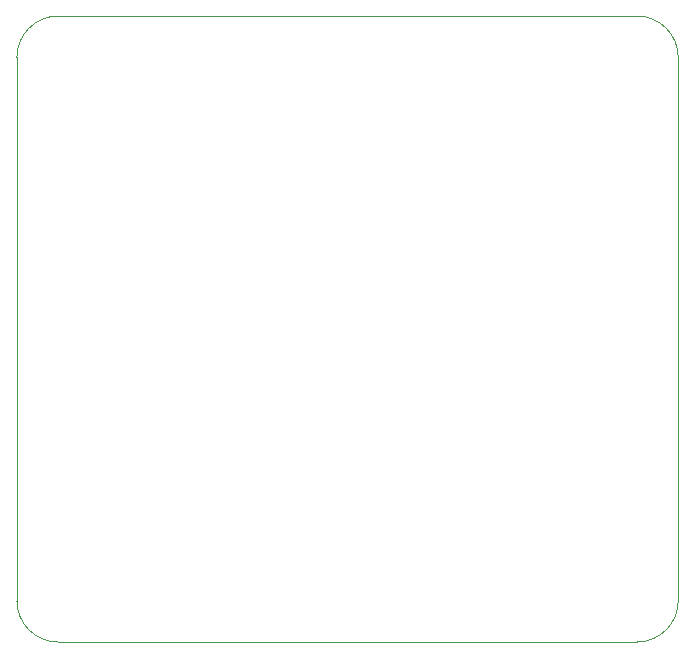
<source format=gbr>
%TF.GenerationSoftware,KiCad,Pcbnew,9.0.4*%
%TF.CreationDate,2025-09-20T10:38:11-05:00*%
%TF.ProjectId,Scrutineering,53637275-7469-46e6-9565-72696e672e6b,rev?*%
%TF.SameCoordinates,Original*%
%TF.FileFunction,Profile,NP*%
%FSLAX46Y46*%
G04 Gerber Fmt 4.6, Leading zero omitted, Abs format (unit mm)*
G04 Created by KiCad (PCBNEW 9.0.4) date 2025-09-20 10:38:11*
%MOMM*%
%LPD*%
G01*
G04 APERTURE LIST*
%TA.AperFunction,Profile*%
%ADD10C,0.050000*%
%TD*%
G04 APERTURE END LIST*
D10*
X90500000Y-101500000D02*
X90500000Y-55500000D01*
X143000000Y-105000000D02*
X94000000Y-105000000D01*
X146500000Y-101500000D02*
G75*
G02*
X143000000Y-105000000I-3500000J0D01*
G01*
X146500000Y-55500000D02*
X146500000Y-101500000D01*
X94000000Y-105000000D02*
G75*
G02*
X90500000Y-101500000I0J3500000D01*
G01*
X94000000Y-52000000D02*
X143000000Y-52000000D01*
X143000000Y-52000000D02*
G75*
G02*
X146500000Y-55500000I0J-3500000D01*
G01*
X90500000Y-55500000D02*
G75*
G02*
X94000000Y-52000000I3500000J0D01*
G01*
M02*

</source>
